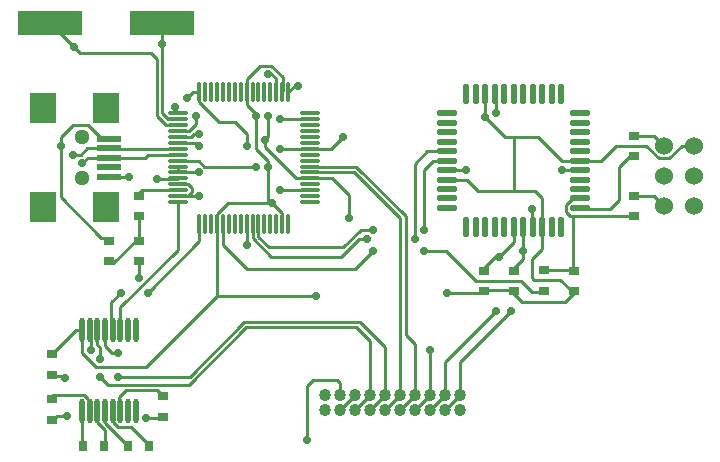
<source format=gtl>
G04 Layer_Physical_Order=1*
G04 Layer_Color=255*
%FSLAX24Y24*%
%MOIN*%
G70*
G01*
G75*
%ADD10R,0.0787X0.0197*%
%ADD11R,0.0866X0.0984*%
%ADD12R,0.0295X0.0354*%
%ADD13R,0.0374X0.0315*%
%ADD14R,0.0354X0.0295*%
%ADD15O,0.0118X0.0689*%
%ADD16O,0.0689X0.0118*%
%ADD17O,0.0177X0.0827*%
%ADD18O,0.0217X0.0689*%
%ADD19O,0.0689X0.0217*%
%ADD20R,0.2165X0.0787*%
%ADD21C,0.0100*%
%ADD22C,0.0512*%
%ADD23C,0.0406*%
%ADD24C,0.0600*%
%ADD25C,0.0290*%
D10*
X3493Y11230D02*
D03*
Y10915D02*
D03*
Y9970D02*
D03*
Y10285D02*
D03*
Y10600D02*
D03*
D11*
X3394Y12254D02*
D03*
Y8946D02*
D03*
X1307D02*
D03*
Y12254D02*
D03*
D12*
X4844Y1000D02*
D03*
X4156D02*
D03*
X3344D02*
D03*
X2656D02*
D03*
D13*
X4500Y7835D02*
D03*
Y7165D02*
D03*
Y9335D02*
D03*
Y8665D02*
D03*
X3500Y7835D02*
D03*
Y7165D02*
D03*
X16000Y6165D02*
D03*
Y6835D02*
D03*
X17000Y6165D02*
D03*
Y6835D02*
D03*
X21000Y8665D02*
D03*
Y9335D02*
D03*
Y11335D02*
D03*
Y10665D02*
D03*
X19000Y6165D02*
D03*
Y6835D02*
D03*
D14*
X5300Y1956D02*
D03*
Y2644D02*
D03*
X1600Y3356D02*
D03*
Y4044D02*
D03*
Y1856D02*
D03*
Y2544D02*
D03*
X18000Y6844D02*
D03*
Y6156D02*
D03*
D15*
X6524Y12795D02*
D03*
X6720D02*
D03*
X6917D02*
D03*
X7114D02*
D03*
X7311D02*
D03*
X7508D02*
D03*
X7705D02*
D03*
X7902D02*
D03*
X8098D02*
D03*
X8295D02*
D03*
X8492D02*
D03*
X8689D02*
D03*
X8886D02*
D03*
X9083D02*
D03*
X9280D02*
D03*
X9476D02*
D03*
Y8405D02*
D03*
X9280D02*
D03*
X9083D02*
D03*
X8886D02*
D03*
X8689D02*
D03*
X8492D02*
D03*
X8295D02*
D03*
X8098D02*
D03*
X7902D02*
D03*
X7705D02*
D03*
X7508D02*
D03*
X7311D02*
D03*
X7114D02*
D03*
X6917D02*
D03*
X6720D02*
D03*
X6524D02*
D03*
D16*
X10195Y12076D02*
D03*
Y11880D02*
D03*
Y11683D02*
D03*
Y11486D02*
D03*
Y11289D02*
D03*
Y11092D02*
D03*
Y10895D02*
D03*
Y10698D02*
D03*
Y10502D02*
D03*
Y10305D02*
D03*
Y10108D02*
D03*
Y9911D02*
D03*
Y9714D02*
D03*
Y9517D02*
D03*
Y9320D02*
D03*
Y9124D02*
D03*
X5805D02*
D03*
Y9320D02*
D03*
Y9517D02*
D03*
Y9714D02*
D03*
Y9911D02*
D03*
Y10108D02*
D03*
Y10305D02*
D03*
Y10502D02*
D03*
Y10698D02*
D03*
Y10895D02*
D03*
Y11092D02*
D03*
Y11289D02*
D03*
Y11486D02*
D03*
Y11683D02*
D03*
Y11880D02*
D03*
Y12076D02*
D03*
D17*
X4396Y4858D02*
D03*
X4140D02*
D03*
X3884D02*
D03*
X3628D02*
D03*
X3372D02*
D03*
X3116D02*
D03*
X2860D02*
D03*
X2604D02*
D03*
X4396Y2142D02*
D03*
X4140D02*
D03*
X3884D02*
D03*
X3628D02*
D03*
X3372D02*
D03*
X3116D02*
D03*
X2860D02*
D03*
X2604D02*
D03*
D18*
X18575Y12715D02*
D03*
X18260D02*
D03*
X17945D02*
D03*
X17630D02*
D03*
X17315D02*
D03*
X17000D02*
D03*
X16685D02*
D03*
X16370D02*
D03*
X16055D02*
D03*
X15740D02*
D03*
X15425D02*
D03*
Y8285D02*
D03*
X15740D02*
D03*
X16055D02*
D03*
X16370D02*
D03*
X16685D02*
D03*
X17000D02*
D03*
X17315D02*
D03*
X17630D02*
D03*
X17945D02*
D03*
X18260D02*
D03*
X18575D02*
D03*
D19*
X14785Y12075D02*
D03*
Y11760D02*
D03*
Y11445D02*
D03*
Y11130D02*
D03*
Y10815D02*
D03*
Y10500D02*
D03*
Y10185D02*
D03*
Y9870D02*
D03*
Y9555D02*
D03*
Y9240D02*
D03*
Y8925D02*
D03*
X19215D02*
D03*
Y9240D02*
D03*
Y9555D02*
D03*
Y9870D02*
D03*
Y10185D02*
D03*
Y10500D02*
D03*
Y10815D02*
D03*
Y11130D02*
D03*
Y11445D02*
D03*
Y11760D02*
D03*
Y12075D02*
D03*
D20*
X5270Y15100D02*
D03*
X1530D02*
D03*
D21*
X6356Y11400D02*
X6500D01*
X6400Y11739D02*
Y12000D01*
X6165Y11504D02*
X6400Y11739D01*
X5805Y11504D02*
X6165D01*
X5805Y11486D02*
Y11504D01*
X6254Y11298D02*
X6356Y11400D01*
X5805Y11298D02*
X6254D01*
X6408Y11092D02*
X6500Y11000D01*
X8092Y4952D02*
X11748D01*
X6175Y3035D02*
X8092Y4952D01*
X3465Y3035D02*
X6175D01*
X3200Y3300D02*
X3465Y3035D01*
X5122Y2842D02*
X5300Y2664D01*
X4063Y2842D02*
X5122D01*
X3845Y2624D02*
X4063Y2842D01*
X3845Y2142D02*
Y2624D01*
X6200Y3300D02*
X8022Y5122D01*
X3800Y3300D02*
X6200D01*
X8022Y5122D02*
X11875D01*
X3065Y3635D02*
X4735D01*
X7100Y6000D01*
X9280Y8405D02*
Y8747D01*
X15877Y6077D02*
X16000Y6200D01*
X14777Y6077D02*
X15877D01*
X16877Y6200D02*
X17287Y5789D01*
X16000Y6200D02*
X16877D01*
X18862Y8665D02*
X21000D01*
X18990Y6844D02*
Y8656D01*
X18000Y6844D02*
X18990D01*
X20500Y9200D02*
Y10300D01*
X20200Y8900D02*
X20500Y9200D01*
X19240Y8900D02*
X20200D01*
X20865Y10665D02*
X21000D01*
X20500Y10300D02*
X20865Y10665D01*
X19215Y8925D02*
X19240Y8900D01*
X18750Y8778D02*
X18862Y8665D01*
X21665Y11335D02*
X22000Y11000D01*
X21000Y11335D02*
X21665D01*
X21665Y9335D02*
X22000Y9000D01*
X21000Y9335D02*
X21665D01*
X8100Y6900D02*
X11700D01*
X7311Y7689D02*
X8100Y6900D01*
X7311Y7689D02*
Y8405D01*
X17593Y6136D02*
X18000D01*
X5100Y12002D02*
X5402Y11700D01*
X5270Y12073D02*
X5463Y11880D01*
X5805D01*
X5402Y11700D02*
X5787D01*
X5805Y11683D01*
X5100Y12002D02*
Y13900D01*
X5270Y12073D02*
Y14400D01*
X4900Y14100D02*
X5100Y13900D01*
X2530Y14100D02*
X4900D01*
X5270Y14400D02*
Y15100D01*
X2330Y14300D02*
X2530Y14100D01*
X5270Y15100D02*
X5364Y15194D01*
X5300Y15258D02*
X5364Y15194D01*
X1530Y15100D02*
X2330Y14300D01*
X1600Y15242D02*
X1636Y15206D01*
X5700Y12182D02*
Y12300D01*
Y12182D02*
X5805Y12076D01*
X3493Y10895D02*
X5805D01*
X1900Y11300D02*
X2300Y11700D01*
X1900Y9275D02*
Y11300D01*
Y9275D02*
X3252Y7923D01*
X2300Y11700D02*
X2800D01*
X3270Y11230D01*
X3493D01*
X8800Y11300D02*
Y12000D01*
X5100Y9900D02*
X5794D01*
X5805Y9911D01*
X8100Y7700D02*
Y8404D01*
X8098Y8405D02*
X8100Y8404D01*
X9700Y13000D02*
X9800D01*
X9509Y12809D02*
X9700Y13000D01*
X8917Y13400D02*
X9065Y13252D01*
X8800Y13400D02*
X8917D01*
X9065Y12813D02*
Y13252D01*
X7177Y11800D02*
X7700D01*
X8100Y11400D01*
X6524Y12453D02*
X7177Y11800D01*
X14700Y2200D02*
X15200Y2700D01*
X10195Y10108D02*
X11692D01*
X10195Y10305D02*
X11736D01*
X3364Y1000D02*
Y1530D01*
X3372Y1764D02*
Y2142D01*
X2813Y2189D02*
X2860Y2142D01*
X9476Y12795D02*
X9500Y12818D01*
X3628Y1778D02*
Y2142D01*
X3116Y1778D02*
X3364Y1530D01*
X3116Y1778D02*
Y2142D01*
X2604Y1032D02*
X2636Y1000D01*
X2604Y1032D02*
Y2142D01*
X3372Y1764D02*
X4136Y1000D01*
X3628Y1778D02*
X3797Y1608D01*
X4256D01*
X4864Y1000D01*
X2394Y4858D02*
X2604D01*
X1600Y4064D02*
X2394Y4858D01*
X2813Y2189D02*
Y2553D01*
X2691Y2675D02*
X2813Y2553D01*
X1600Y2675D02*
X2691D01*
X1600Y3336D02*
X1960D01*
X2028Y3268D02*
X2028D01*
X1960Y3336D02*
X2028Y3268D01*
X4736Y1936D02*
X5300D01*
X3252Y7923D02*
X3500D01*
Y7077D02*
X3654D01*
X4500Y7923D01*
Y8577D01*
X3493Y9970D02*
X4170D01*
X4500Y6600D02*
Y7077D01*
X3493Y10895D02*
Y10915D01*
Y10600D02*
X4700D01*
X4798Y10698D01*
X5805D01*
Y11289D02*
Y11298D01*
Y10108D02*
Y10305D01*
X4500Y9423D02*
X4594Y9517D01*
X5805D01*
Y9320D02*
X6147D01*
X5805Y9911D02*
X5810Y9906D01*
X22594Y11000D02*
X23000D01*
X22174Y10580D02*
X22594Y11000D01*
X21826Y10580D02*
X22174D01*
X21406Y11000D02*
X21826Y10580D01*
X19500Y10500D02*
X19900D01*
X20400Y11000D01*
X21406D01*
X17000Y12715D02*
Y13018D01*
X17945Y12715D02*
Y13026D01*
X14200Y2200D02*
X14700Y2700D01*
X14123D02*
X14200D01*
X13820Y2277D02*
X14123Y2580D01*
X13700Y2200D02*
Y2277D01*
X13820D01*
X15200Y2700D02*
Y3800D01*
X16900Y5500D01*
X14200Y2700D02*
Y4200D01*
X14123Y2580D02*
Y2700D01*
X10195Y9911D02*
X10953D01*
X11500Y9364D01*
X5805Y9714D02*
X6147D01*
X5805Y9320D02*
X6500D01*
X6147D02*
X6270Y9443D01*
Y9591D01*
X6147Y9714D02*
X6270Y9591D01*
X3581Y4906D02*
X3628Y4858D01*
X3581Y4906D02*
Y5781D01*
X3900Y6100D01*
X9065Y12813D02*
X9083Y12795D01*
X7100Y6000D02*
Y8384D01*
Y6000D02*
X10400D01*
X14785Y10185D02*
X14800Y10200D01*
X15400D01*
X17600Y8315D02*
X17630Y8285D01*
X18600Y10185D02*
X19215D01*
X16370Y12715D02*
X16400Y12685D01*
Y12100D02*
Y12685D01*
X17000Y9500D02*
Y11300D01*
X17600Y8315D02*
Y8900D01*
X17945Y8285D02*
Y9255D01*
X14785Y9870D02*
X15430D01*
X15800Y9500D01*
X17700D01*
X17945Y9255D01*
X18600Y10500D02*
X19215D01*
X16055Y11945D02*
Y12715D01*
Y11945D02*
X16700Y11300D01*
X17800D01*
X18600Y10500D01*
X14700Y2700D02*
Y3800D01*
X16400Y5500D01*
X16377Y7300D02*
X16500D01*
X16000Y6923D02*
X16377Y7300D01*
X16500D02*
X17000Y7800D01*
Y8285D01*
X15736Y6500D02*
X17229D01*
X17593Y6136D01*
X17287Y5789D02*
X18713D01*
X19000Y6077D01*
X18970Y9240D02*
X19215D01*
X18750Y9020D02*
X18970Y9240D01*
X18750Y8778D02*
Y9020D01*
X18559Y6518D02*
X19000Y6077D01*
X17945Y7548D02*
Y8285D01*
X10195Y10895D02*
X10895D01*
X11300Y11300D01*
X9220Y11880D02*
X10195D01*
X11500Y8600D02*
Y9364D01*
X8492Y7965D02*
Y8405D01*
Y7965D02*
X8847Y7610D01*
X8295Y7922D02*
Y8405D01*
Y7922D02*
X8917Y7300D01*
X11240D01*
X8847Y7610D02*
X11310D01*
X14115Y10815D02*
X14785D01*
X8098Y12795D02*
Y13235D01*
X9280Y12795D02*
X9297Y12813D01*
X9217Y9517D02*
X10195D01*
X7096Y8387D02*
Y8729D01*
Y8387D02*
X7100Y8384D01*
X7096Y8729D02*
X7467Y9100D01*
X8926D02*
X9280Y8747D01*
X8098Y12355D02*
Y12795D01*
X6100Y12600D02*
X6295Y12795D01*
X6524D01*
X9500Y12818D02*
X9509Y12809D01*
X10190Y9906D02*
X10195Y9911D01*
X10190Y10900D02*
X10195Y10895D01*
X7467Y9100D02*
X8800D01*
X8926D01*
X11310Y7610D02*
X11900Y8200D01*
X8098Y12355D02*
X8400Y12054D01*
Y12000D02*
Y12054D01*
X5805Y11092D02*
X6408D01*
X6524Y12453D02*
Y12795D01*
X1600Y1836D02*
X1764Y2000D01*
X2100D01*
X13200Y2200D02*
X13700Y2700D01*
X12700Y2200D02*
X13200Y2700D01*
X12200Y2200D02*
Y2277D01*
X12320D02*
X12623Y2580D01*
Y2700D02*
X12700D01*
X12200Y2277D02*
X12320D01*
X11700Y2200D02*
X12200Y2700D01*
X11200Y2200D02*
X11700Y2700D01*
X12623Y2580D02*
Y2700D01*
X12200D02*
Y4500D01*
X11748Y4952D02*
X12200Y4500D01*
X11875Y5122D02*
X12700Y4297D01*
Y2700D02*
Y4297D01*
X11100Y3200D02*
X11200Y3100D01*
Y2700D02*
Y3100D01*
X10100Y3000D02*
X10300Y3200D01*
X11100D01*
X14000Y8200D02*
Y10175D01*
X14325Y10500D01*
X14500D01*
X13700Y10400D02*
X14115Y10815D01*
X13700Y7900D02*
Y10400D01*
X14736Y7500D02*
X15736Y6500D01*
X14000Y7500D02*
X14736D01*
X11736Y10305D02*
X13400Y8640D01*
X11240Y7300D02*
X11840Y7900D01*
X12100D01*
X11900Y8200D02*
X12300D01*
X11700Y6900D02*
X12300Y7500D01*
X11692Y10108D02*
X13200Y8600D01*
Y2700D02*
Y8600D01*
X8098Y13235D02*
X8529Y13665D01*
X8910D01*
X9297Y13277D01*
Y12813D02*
Y13277D01*
X9200Y10900D02*
X10190D01*
X8700Y11200D02*
X8800Y11300D01*
X8400Y10900D02*
Y12000D01*
X8100Y11000D02*
Y11400D01*
X5805Y10108D02*
X6508D01*
X5805Y10502D02*
X5823Y10484D01*
X6691Y10300D02*
X8400D01*
X5823Y10484D02*
X6507D01*
X6691Y10300D01*
X9755Y9911D02*
X10195D01*
X8700Y10966D02*
Y11200D01*
Y10966D02*
X9755Y9911D01*
X8800Y9100D02*
Y10300D01*
X8400Y10900D02*
X8800Y10500D01*
Y10300D02*
Y10500D01*
X2785Y10915D02*
X3493D01*
X2800Y10600D02*
X3493D01*
X2610Y10410D02*
X2800Y10600D01*
X2570Y10700D02*
X2785Y10915D01*
X2300Y10700D02*
X2570D01*
X6524Y7824D02*
Y8405D01*
X5805Y7530D02*
Y9124D01*
X3884Y4858D02*
Y5609D01*
X5805Y7530D01*
X4800Y6100D02*
X6524Y7824D01*
X2860Y4858D02*
X2900Y4818D01*
Y4200D02*
Y4818D01*
X3116Y4359D02*
Y4858D01*
X3610Y4100D02*
X3800D01*
X3116Y4359D02*
X3200Y4275D01*
X3372Y4337D02*
Y4858D01*
Y4337D02*
X3610Y4100D01*
X3200Y3900D02*
Y4275D01*
X2604Y4096D02*
Y4858D01*
Y4096D02*
X3065Y3635D01*
X10100Y1200D02*
Y3000D01*
X13400Y4700D02*
Y8640D01*
Y4700D02*
X13700Y4400D01*
Y2700D02*
Y4400D01*
X17675Y6518D02*
X18559D01*
X17604Y6588D02*
X17675Y6518D01*
X17604Y6588D02*
Y7207D01*
X17945Y7548D01*
X17315Y7238D02*
Y7500D01*
Y8285D01*
X17000Y6923D02*
X17315Y7238D01*
D22*
X2607Y9911D02*
D03*
Y11289D02*
D03*
D23*
X14700Y2200D02*
D03*
X14200D02*
D03*
X13700D02*
D03*
X13200D02*
D03*
X12700D02*
D03*
X11700D02*
D03*
X12200D02*
D03*
X11200D02*
D03*
X10700D02*
D03*
Y2700D02*
D03*
X11200D02*
D03*
X11700D02*
D03*
X12200D02*
D03*
X12700D02*
D03*
X13200D02*
D03*
X13700D02*
D03*
X14200D02*
D03*
X14700D02*
D03*
X15200D02*
D03*
Y2200D02*
D03*
D24*
X22000Y9000D02*
D03*
Y10000D02*
D03*
Y11000D02*
D03*
X23000Y9000D02*
D03*
Y10000D02*
D03*
Y11000D02*
D03*
D25*
X6500Y11400D02*
D03*
Y11000D02*
D03*
X6400Y12000D02*
D03*
X3800Y3300D02*
D03*
X8926Y9100D02*
D03*
X5270Y14400D02*
D03*
X2330Y14300D02*
D03*
X5700Y12300D02*
D03*
X8800Y12000D02*
D03*
X5100Y9900D02*
D03*
X8100Y7700D02*
D03*
X9800Y13000D02*
D03*
X8800Y13400D02*
D03*
X2028Y3268D02*
D03*
X4736Y1936D02*
D03*
X4170Y9970D02*
D03*
X4500Y6600D02*
D03*
X16900Y5500D02*
D03*
X14200Y4200D02*
D03*
X6500Y9320D02*
D03*
X3900Y6100D02*
D03*
X10400Y6000D02*
D03*
X15400Y10200D02*
D03*
X18600Y10185D02*
D03*
X16400Y12100D02*
D03*
X17600Y8900D02*
D03*
X16400Y5500D02*
D03*
X16500Y7300D02*
D03*
X14777Y6077D02*
D03*
X11300Y11300D02*
D03*
X9220Y11880D02*
D03*
X11500Y8600D02*
D03*
X9217Y9517D02*
D03*
X16055Y11945D02*
D03*
X6100Y12600D02*
D03*
X8400Y12000D02*
D03*
X2100Y2000D02*
D03*
X14000Y8200D02*
D03*
X13700Y7900D02*
D03*
X14000Y7500D02*
D03*
X12100Y7900D02*
D03*
X12300Y8200D02*
D03*
Y7500D02*
D03*
X9200Y10900D02*
D03*
X8700Y11200D02*
D03*
X8100Y11000D02*
D03*
X6500Y10116D02*
D03*
X8400Y10300D02*
D03*
X8800D02*
D03*
X1900Y11000D02*
D03*
X2610Y10410D02*
D03*
X2300Y10700D02*
D03*
X4800Y6100D02*
D03*
X3800Y4100D02*
D03*
X2900Y4200D02*
D03*
X3200Y3900D02*
D03*
Y3300D02*
D03*
X10100Y1200D02*
D03*
X17315Y7500D02*
D03*
M02*

</source>
